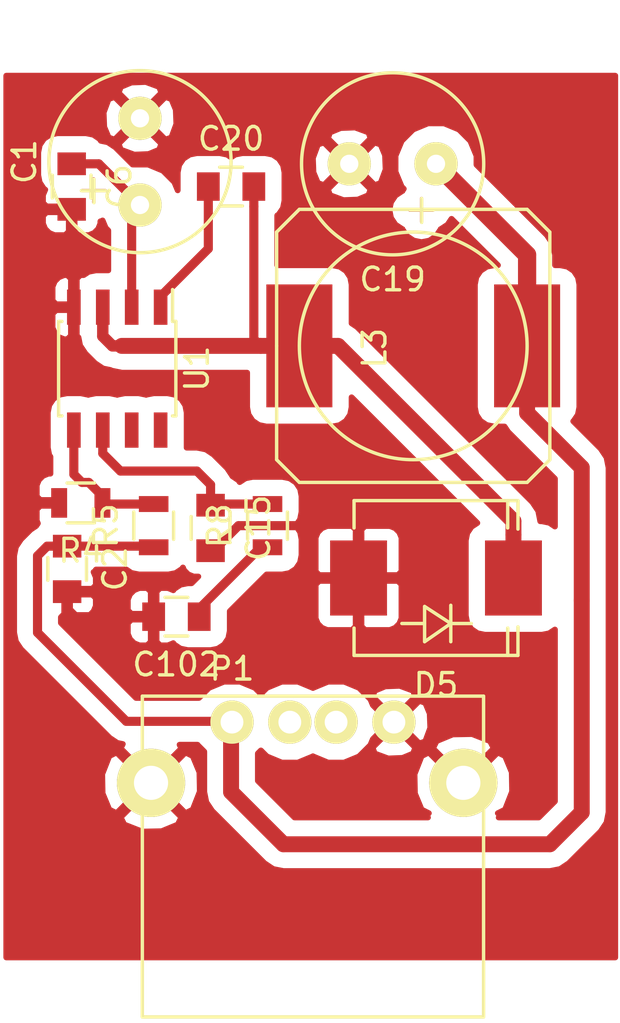
<source format=kicad_pcb>
(kicad_pcb (version 4) (host pcbnew "(2015-07-11 BZR 5925, Git c291b88)-product")

  (general
    (links 26)
    (no_connects 0)
    (area 11.477381 9.725 40.500001 55.160121)
    (thickness 1.6)
    (drawings 7)
    (tracks 72)
    (zones 0)
    (modules 14)
    (nets 13)
  )

  (page A4)
  (layers
    (0 F.Cu signal)
    (31 B.Cu signal)
    (32 B.Adhes user)
    (33 F.Adhes user)
    (34 B.Paste user)
    (35 F.Paste user)
    (36 B.SilkS user)
    (37 F.SilkS user)
    (38 B.Mask user)
    (39 F.Mask user)
    (40 Dwgs.User user)
    (41 Cmts.User user)
    (42 Eco1.User user)
    (43 Eco2.User user)
    (44 Edge.Cuts user)
    (45 Margin user)
    (46 B.CrtYd user)
    (47 F.CrtYd user)
    (48 B.Fab user)
    (49 F.Fab user)
  )

  (setup
    (last_trace_width 0.4)
    (user_trace_width 0.25)
    (user_trace_width 0.4)
    (user_trace_width 0.5)
    (user_trace_width 0.7)
    (trace_clearance 0.2)
    (zone_clearance 0.7)
    (zone_45_only no)
    (trace_min 0.2)
    (segment_width 0.2)
    (edge_width 0.1)
    (via_size 0.6)
    (via_drill 0.4)
    (via_min_size 0.4)
    (via_min_drill 0.3)
    (uvia_size 0.3)
    (uvia_drill 0.1)
    (uvias_allowed no)
    (uvia_min_size 0.2)
    (uvia_min_drill 0.1)
    (pcb_text_width 0.3)
    (pcb_text_size 1.5 1.5)
    (mod_edge_width 0.15)
    (mod_text_size 1 1)
    (mod_text_width 0.15)
    (pad_size 2.99974 2.99974)
    (pad_drill 1.5)
    (pad_to_mask_clearance 0)
    (aux_axis_origin 0 0)
    (grid_origin 46.4 35.9)
    (visible_elements 7FFFFFFF)
    (pcbplotparams
      (layerselection 0x00030_80000001)
      (usegerberextensions false)
      (excludeedgelayer true)
      (linewidth 0.100000)
      (plotframeref false)
      (viasonmask false)
      (mode 1)
      (useauxorigin false)
      (hpglpennumber 1)
      (hpglpenspeed 20)
      (hpglpendiameter 15)
      (hpglpenoverlay 2)
      (psnegative false)
      (psa4output false)
      (plotreference true)
      (plotvalue true)
      (plotinvisibletext false)
      (padsonsilk false)
      (subtractmaskfromsilk false)
      (outputformat 1)
      (mirror false)
      (drillshape 1)
      (scaleselection 1)
      (outputdirectory ""))
  )

  (net 0 "")
  (net 1 GND)
  (net 2 +12V)
  (net 3 "Net-(C19-Pad1)")
  (net 4 "Net-(C15-Pad1)")
  (net 5 "Net-(C20-Pad1)")
  (net 6 "Net-(C20-Pad2)")
  (net 7 "Net-(C102-Pad1)")
  (net 8 "Net-(R4-Pad1)")
  (net 9 "Net-(U1-Pad7)")
  (net 10 "Net-(U1-Pad8)")
  (net 11 "Net-(P1-Pad3)")
  (net 12 "Net-(P1-Pad2)")

  (net_class Default "This is the default net class."
    (clearance 0.2)
    (trace_width 0.25)
    (via_dia 0.6)
    (via_drill 0.4)
    (uvia_dia 0.3)
    (uvia_drill 0.1)
    (add_net +12V)
    (add_net GND)
    (add_net "Net-(C102-Pad1)")
    (add_net "Net-(C15-Pad1)")
    (add_net "Net-(C19-Pad1)")
    (add_net "Net-(C20-Pad1)")
    (add_net "Net-(C20-Pad2)")
    (add_net "Net-(P1-Pad2)")
    (add_net "Net-(P1-Pad3)")
    (add_net "Net-(R4-Pad1)")
    (add_net "Net-(U1-Pad7)")
    (add_net "Net-(U1-Pad8)")
  )

  (module Capacitors_Elko_ThroughHole:Elko_vert_11.5x8mm_RM3.5 (layer F.Cu) (tedit 55DAD40C) (tstamp 55D4AA56)
    (at 19.4 19.01 90)
    (descr "Electrolytic Capacitor, vertical, diameter 8mm, RM 3,5mm, radial,")
    (tags "Electrolytic Capacitor, vertical, diameter 8mm, radial, RM 3,5mm, Elko, Electrolytkondensator, Kondensator gepolt, Durchmesser 8mm,")
    (path /55D46C67)
    (fp_text reference C1 (at 1.905 -5.08 90) (layer F.SilkS)
      (effects (font (size 1 1) (thickness 0.15)))
    )
    (fp_text value 390uF (at 2.54 6.35 90) (layer F.Fab)
      (effects (font (size 1 1) (thickness 0.15)))
    )
    (fp_line (start 0.10414 -2.02438) (end 1.1303 -2.02438) (layer F.SilkS) (width 0.15))
    (fp_line (start 0.62992 -2.57556) (end 0.62992 -1.524) (layer F.SilkS) (width 0.15))
    (fp_line (start 0.635 -2.54) (end 0.635 -1.524) (layer F.Cu) (width 0.15))
    (fp_line (start 0.127 -2.032) (end 1.143 -2.032) (layer F.Cu) (width 0.15))
    (fp_circle (center 1.905 0) (end 5.9055 0) (layer F.SilkS) (width 0.15))
    (pad 2 thru_hole circle (at 3.81 0 90) (size 1.9 1.9) (drill 0.8001) (layers *.Cu *.Mask F.SilkS)
      (net 1 GND))
    (pad 1 thru_hole circle (at 0 0 90) (size 1.9 1.9) (drill 0.8001) (layers *.Cu *.Mask F.SilkS)
      (net 2 +12V))
    (model Capacitors_Elko_ThroughHole.3dshapes/Elko_vert_11.5x8mm_RM3.5.wrl
      (at (xyz 0 0 0))
      (scale (xyz 1 1 1))
      (rotate (xyz 0 0 0))
    )
  )

  (module Capacitors_SMD:C_0805 (layer F.Cu) (tedit 5415D6EA) (tstamp 55D4AA62)
    (at 16.2 35 270)
    (descr "Capacitor SMD 0805, reflow soldering, AVX (see smccp.pdf)")
    (tags "capacitor 0805")
    (path /55D4784B)
    (attr smd)
    (fp_text reference C2 (at 0 -2.1 270) (layer F.SilkS)
      (effects (font (size 1 1) (thickness 0.15)))
    )
    (fp_text value C (at 0 2.1 270) (layer F.Fab)
      (effects (font (size 1 1) (thickness 0.15)))
    )
    (fp_line (start -1.8 -1) (end 1.8 -1) (layer F.CrtYd) (width 0.05))
    (fp_line (start -1.8 1) (end 1.8 1) (layer F.CrtYd) (width 0.05))
    (fp_line (start -1.8 -1) (end -1.8 1) (layer F.CrtYd) (width 0.05))
    (fp_line (start 1.8 -1) (end 1.8 1) (layer F.CrtYd) (width 0.05))
    (fp_line (start 0.5 -0.85) (end -0.5 -0.85) (layer F.SilkS) (width 0.15))
    (fp_line (start -0.5 0.85) (end 0.5 0.85) (layer F.SilkS) (width 0.15))
    (pad 1 smd rect (at -1 0 270) (size 1 1.25) (layers F.Cu F.Paste F.Mask)
      (net 3 "Net-(C19-Pad1)"))
    (pad 2 smd rect (at 1 0 270) (size 1 1.25) (layers F.Cu F.Paste F.Mask)
      (net 1 GND))
    (model Capacitors_SMD.3dshapes/C_0805.wrl
      (at (xyz 0 0 0))
      (scale (xyz 1 1 1))
      (rotate (xyz 0 0 0))
    )
  )

  (module Capacitors_SMD:C_0805 (layer F.Cu) (tedit 5415D6EA) (tstamp 55D4AA6E)
    (at 16.4 18.2 270)
    (descr "Capacitor SMD 0805, reflow soldering, AVX (see smccp.pdf)")
    (tags "capacitor 0805")
    (path /55D46C84)
    (attr smd)
    (fp_text reference C6 (at 0 -2.1 270) (layer F.SilkS)
      (effects (font (size 1 1) (thickness 0.15)))
    )
    (fp_text value 0.22uF (at 0 2.1 270) (layer F.Fab)
      (effects (font (size 1 1) (thickness 0.15)))
    )
    (fp_line (start -1.8 -1) (end 1.8 -1) (layer F.CrtYd) (width 0.05))
    (fp_line (start -1.8 1) (end 1.8 1) (layer F.CrtYd) (width 0.05))
    (fp_line (start -1.8 -1) (end -1.8 1) (layer F.CrtYd) (width 0.05))
    (fp_line (start 1.8 -1) (end 1.8 1) (layer F.CrtYd) (width 0.05))
    (fp_line (start 0.5 -0.85) (end -0.5 -0.85) (layer F.SilkS) (width 0.15))
    (fp_line (start -0.5 0.85) (end 0.5 0.85) (layer F.SilkS) (width 0.15))
    (pad 1 smd rect (at -1 0 270) (size 1 1.25) (layers F.Cu F.Paste F.Mask)
      (net 2 +12V))
    (pad 2 smd rect (at 1 0 270) (size 1 1.25) (layers F.Cu F.Paste F.Mask)
      (net 1 GND))
    (model Capacitors_SMD.3dshapes/C_0805.wrl
      (at (xyz 0 0 0))
      (scale (xyz 1 1 1))
      (rotate (xyz 0 0 0))
    )
  )

  (module Capacitors_SMD:C_0805 (layer F.Cu) (tedit 5415D6EA) (tstamp 55D4AA7A)
    (at 22.5 33.2 270)
    (descr "Capacitor SMD 0805, reflow soldering, AVX (see smccp.pdf)")
    (tags "capacitor 0805")
    (path /55D48B43)
    (attr smd)
    (fp_text reference C15 (at 0 -2.1 270) (layer F.SilkS)
      (effects (font (size 1 1) (thickness 0.15)))
    )
    (fp_text value C (at 0 2.1 270) (layer F.Fab)
      (effects (font (size 1 1) (thickness 0.15)))
    )
    (fp_line (start -1.8 -1) (end 1.8 -1) (layer F.CrtYd) (width 0.05))
    (fp_line (start -1.8 1) (end 1.8 1) (layer F.CrtYd) (width 0.05))
    (fp_line (start -1.8 -1) (end -1.8 1) (layer F.CrtYd) (width 0.05))
    (fp_line (start 1.8 -1) (end 1.8 1) (layer F.CrtYd) (width 0.05))
    (fp_line (start 0.5 -0.85) (end -0.5 -0.85) (layer F.SilkS) (width 0.15))
    (fp_line (start -0.5 0.85) (end 0.5 0.85) (layer F.SilkS) (width 0.15))
    (pad 1 smd rect (at -1 0 270) (size 1 1.25) (layers F.Cu F.Paste F.Mask)
      (net 4 "Net-(C15-Pad1)"))
    (pad 2 smd rect (at 1 0 270) (size 1 1.25) (layers F.Cu F.Paste F.Mask)
      (net 1 GND))
    (model Capacitors_SMD.3dshapes/C_0805.wrl
      (at (xyz 0 0 0))
      (scale (xyz 1 1 1))
      (rotate (xyz 0 0 0))
    )
  )

  (module Capacitors_Elko_ThroughHole:Elko_vert_11.5x8mm_RM3.5 (layer F.Cu) (tedit 55DAD406) (tstamp 55D4AA85)
    (at 32.4 17.2 180)
    (descr "Electrolytic Capacitor, vertical, diameter 8mm, RM 3,5mm, radial,")
    (tags "Electrolytic Capacitor, vertical, diameter 8mm, radial, RM 3,5mm, Elko, Electrolytkondensator, Kondensator gepolt, Durchmesser 8mm,")
    (path /55D4789A)
    (fp_text reference C19 (at 1.905 -5.08 180) (layer F.SilkS)
      (effects (font (size 1 1) (thickness 0.15)))
    )
    (fp_text value C (at 2.54 6.35 180) (layer F.Fab)
      (effects (font (size 1 1) (thickness 0.15)))
    )
    (fp_line (start 0.10414 -2.02438) (end 1.1303 -2.02438) (layer F.SilkS) (width 0.15))
    (fp_line (start 0.62992 -2.57556) (end 0.62992 -1.524) (layer F.SilkS) (width 0.15))
    (fp_line (start 0.635 -2.54) (end 0.635 -1.524) (layer F.Cu) (width 0.15))
    (fp_line (start 0.127 -2.032) (end 1.143 -2.032) (layer F.Cu) (width 0.15))
    (fp_circle (center 1.905 0) (end 5.9055 0) (layer F.SilkS) (width 0.15))
    (pad 2 thru_hole circle (at 3.81 0 180) (size 1.9 1.9) (drill 0.8001) (layers *.Cu *.Mask F.SilkS)
      (net 1 GND))
    (pad 1 thru_hole circle (at 0 0 180) (size 1.9 1.9) (drill 0.8001) (layers *.Cu *.Mask F.SilkS)
      (net 3 "Net-(C19-Pad1)"))
    (model Capacitors_Elko_ThroughHole.3dshapes/Elko_vert_11.5x8mm_RM3.5.wrl
      (at (xyz 0 0 0))
      (scale (xyz 1 1 1))
      (rotate (xyz 0 0 0))
    )
  )

  (module Capacitors_SMD:C_0805 (layer F.Cu) (tedit 5415D6EA) (tstamp 55D4AA91)
    (at 23.4 18.2)
    (descr "Capacitor SMD 0805, reflow soldering, AVX (see smccp.pdf)")
    (tags "capacitor 0805")
    (path /55D471BD)
    (attr smd)
    (fp_text reference C20 (at 0 -2.1) (layer F.SilkS)
      (effects (font (size 1 1) (thickness 0.15)))
    )
    (fp_text value 10nF (at 0 2.1) (layer F.Fab)
      (effects (font (size 1 1) (thickness 0.15)))
    )
    (fp_line (start -1.8 -1) (end 1.8 -1) (layer F.CrtYd) (width 0.05))
    (fp_line (start -1.8 1) (end 1.8 1) (layer F.CrtYd) (width 0.05))
    (fp_line (start -1.8 -1) (end -1.8 1) (layer F.CrtYd) (width 0.05))
    (fp_line (start 1.8 -1) (end 1.8 1) (layer F.CrtYd) (width 0.05))
    (fp_line (start 0.5 -0.85) (end -0.5 -0.85) (layer F.SilkS) (width 0.15))
    (fp_line (start -0.5 0.85) (end 0.5 0.85) (layer F.SilkS) (width 0.15))
    (pad 1 smd rect (at -1 0) (size 1 1.25) (layers F.Cu F.Paste F.Mask)
      (net 5 "Net-(C20-Pad1)"))
    (pad 2 smd rect (at 1 0) (size 1 1.25) (layers F.Cu F.Paste F.Mask)
      (net 6 "Net-(C20-Pad2)"))
    (model Capacitors_SMD.3dshapes/C_0805.wrl
      (at (xyz 0 0 0))
      (scale (xyz 1 1 1))
      (rotate (xyz 0 0 0))
    )
  )

  (module Capacitors_SMD:C_0805 (layer F.Cu) (tedit 5415D6EA) (tstamp 55D4AA9D)
    (at 21 37.1 180)
    (descr "Capacitor SMD 0805, reflow soldering, AVX (see smccp.pdf)")
    (tags "capacitor 0805")
    (path /55D48AF8)
    (attr smd)
    (fp_text reference C102 (at 0 -2.1 180) (layer F.SilkS)
      (effects (font (size 1 1) (thickness 0.15)))
    )
    (fp_text value C (at 0 2.1 180) (layer F.Fab)
      (effects (font (size 1 1) (thickness 0.15)))
    )
    (fp_line (start -1.8 -1) (end 1.8 -1) (layer F.CrtYd) (width 0.05))
    (fp_line (start -1.8 1) (end 1.8 1) (layer F.CrtYd) (width 0.05))
    (fp_line (start -1.8 -1) (end -1.8 1) (layer F.CrtYd) (width 0.05))
    (fp_line (start 1.8 -1) (end 1.8 1) (layer F.CrtYd) (width 0.05))
    (fp_line (start 0.5 -0.85) (end -0.5 -0.85) (layer F.SilkS) (width 0.15))
    (fp_line (start -0.5 0.85) (end 0.5 0.85) (layer F.SilkS) (width 0.15))
    (pad 1 smd rect (at -1 0 180) (size 1 1.25) (layers F.Cu F.Paste F.Mask)
      (net 7 "Net-(C102-Pad1)"))
    (pad 2 smd rect (at 1 0 180) (size 1 1.25) (layers F.Cu F.Paste F.Mask)
      (net 1 GND))
    (model Capacitors_SMD.3dshapes/C_0805.wrl
      (at (xyz 0 0 0))
      (scale (xyz 1 1 1))
      (rotate (xyz 0 0 0))
    )
  )

  (module Diodes_SMD:Diode-SMC_Standard (layer F.Cu) (tedit 552FF450) (tstamp 55D4AAB8)
    (at 32.4 35.4 180)
    (descr "Diode SMC Standard")
    (tags "Diode SMC Standard")
    (path /55D4752D)
    (attr smd)
    (fp_text reference D5 (at 0 -4.7 180) (layer F.SilkS)
      (effects (font (size 1 1) (thickness 0.15)))
    )
    (fp_text value D_Schottky (at 0 5.08 180) (layer F.Fab)
      (effects (font (size 1 1) (thickness 0.15)))
    )
    (fp_line (start -4.9 -3.65) (end 4.9 -3.65) (layer F.CrtYd) (width 0.05))
    (fp_line (start 4.9 -3.65) (end 4.9 3.65) (layer F.CrtYd) (width 0.05))
    (fp_line (start 4.9 3.65) (end -4.9 3.65) (layer F.CrtYd) (width 0.05))
    (fp_line (start -4.9 3.65) (end -4.9 -3.65) (layer F.CrtYd) (width 0.05))
    (fp_circle (center 0 0) (end 0.7493 0.35052) (layer F.Adhes) (width 0.381))
    (fp_circle (center 0 0) (end 0.44958 0.20066) (layer F.Adhes) (width 0.381))
    (fp_circle (center 0 0) (end 0.14986 0.14986) (layer F.Adhes) (width 0.381))
    (fp_line (start -0.64944 -1.99898) (end -1.55114 -1.99898) (layer F.SilkS) (width 0.15))
    (fp_line (start 0.50118 -1.99898) (end 1.4994 -1.99898) (layer F.SilkS) (width 0.15))
    (fp_line (start -3.14946 3.40106) (end -3.14946 2.19964) (layer F.SilkS) (width 0.15))
    (fp_line (start -3.14946 -3.40106) (end -3.14946 -2.19964) (layer F.SilkS) (width 0.15))
    (fp_line (start 3.59918 3.40106) (end 3.59918 2.19964) (layer F.SilkS) (width 0.15))
    (fp_line (start 3.59918 -3.40106) (end 3.59918 -2.19964) (layer F.SilkS) (width 0.15))
    (fp_line (start -3.59918 3.40106) (end -3.59918 2.14884) (layer F.SilkS) (width 0.15))
    (fp_line (start -3.59918 -3.40106) (end -3.59918 -2.14884) (layer F.SilkS) (width 0.15))
    (fp_line (start -0.64944 -2.79908) (end -0.64944 -1.19888) (layer F.SilkS) (width 0.15))
    (fp_line (start 0.50118 -1.24968) (end 0.50118 -2.79908) (layer F.SilkS) (width 0.15))
    (fp_line (start -0.64944 -1.99898) (end 0.50118 -1.24968) (layer F.SilkS) (width 0.15))
    (fp_line (start -0.64944 -1.99898) (end 0.50118 -2.79908) (layer F.SilkS) (width 0.15))
    (fp_line (start -3.59918 3.40106) (end 3.59918 3.40106) (layer F.SilkS) (width 0.15))
    (fp_line (start -3.59918 -3.40106) (end 3.59918 -3.40106) (layer F.SilkS) (width 0.15))
    (pad 1 smd rect (at -3.40106 0 270) (size 3.29946 2.49936) (layers F.Cu F.Paste F.Mask)
      (net 6 "Net-(C20-Pad2)"))
    (pad 2 smd rect (at 3.40106 0 270) (size 3.29946 2.49936) (layers F.Cu F.Paste F.Mask)
      (net 1 GND))
    (model Diodes_SMD.3dshapes/Diode-SMC_Standard.wrl
      (at (xyz 0 0 0))
      (scale (xyz 0.3937 0.3937 0.3937))
      (rotate (xyz 0 0 180))
    )
  )

  (module Inductors:SELF-WE-PD-XXL (layer F.Cu) (tedit 0) (tstamp 55D4AACA)
    (at 31.4 25.2)
    (descr "SELF- WE-PD-XXL")
    (path /55D470AF)
    (attr smd)
    (fp_text reference L3 (at -1.69926 0.09906 90) (layer F.SilkS)
      (effects (font (size 1 1) (thickness 0.15)))
    )
    (fp_text value INDUCTOR (at 1.80086 0 90) (layer F.Fab)
      (effects (font (size 1 1) (thickness 0.15)))
    )
    (fp_circle (center 0 0) (end 0 -5.00126) (layer F.SilkS) (width 0.15))
    (fp_line (start -5.99948 0) (end -5.99948 -5.00126) (layer F.SilkS) (width 0.15))
    (fp_line (start -5.99948 -5.00126) (end -5.00126 -5.99948) (layer F.SilkS) (width 0.15))
    (fp_line (start -5.00126 -5.99948) (end 5.00126 -5.99948) (layer F.SilkS) (width 0.15))
    (fp_line (start 5.00126 -5.99948) (end 5.99948 -5.00126) (layer F.SilkS) (width 0.15))
    (fp_line (start 5.99948 -5.00126) (end 5.99948 5.00126) (layer F.SilkS) (width 0.15))
    (fp_line (start 5.99948 5.00126) (end 5.00126 5.99948) (layer F.SilkS) (width 0.15))
    (fp_line (start 5.00126 5.99948) (end -5.00126 5.99948) (layer F.SilkS) (width 0.15))
    (fp_line (start -5.00126 5.99948) (end -5.99948 5.00126) (layer F.SilkS) (width 0.15))
    (fp_line (start -5.99948 5.00126) (end -5.99948 0) (layer F.SilkS) (width 0.15))
    (fp_text user "" (at 0 0) (layer F.SilkS)
      (effects (font (size 1 1) (thickness 0.15)))
    )
    (fp_text user "" (at 0 0) (layer F.SilkS)
      (effects (font (size 1 1) (thickness 0.15)))
    )
    (pad 1 smd rect (at -5.00126 0) (size 2.90068 5.40004) (layers F.Cu F.Paste F.Mask)
      (net 6 "Net-(C20-Pad2)"))
    (pad 2 smd rect (at 5.00126 0) (size 2.90068 5.40004) (layers F.Cu F.Paste F.Mask)
      (net 3 "Net-(C19-Pad1)"))
    (model Inductors.3dshapes/SELF-WE-PD-XXL.wrl
      (at (xyz 0 0 0))
      (scale (xyz 1 1 1))
      (rotate (xyz 0 0 0))
    )
  )

  (module Resistors_SMD:R_0805 (layer F.Cu) (tedit 5415CDEB) (tstamp 55D4AAD6)
    (at 16.8 32.1 180)
    (descr "Resistor SMD 0805, reflow soldering, Vishay (see dcrcw.pdf)")
    (tags "resistor 0805")
    (path /55D47A28)
    (attr smd)
    (fp_text reference R4 (at 0 -2.1 180) (layer F.SilkS)
      (effects (font (size 1 1) (thickness 0.15)))
    )
    (fp_text value R (at 0 2.1 180) (layer F.Fab)
      (effects (font (size 1 1) (thickness 0.15)))
    )
    (fp_line (start -1.6 -1) (end 1.6 -1) (layer F.CrtYd) (width 0.05))
    (fp_line (start -1.6 1) (end 1.6 1) (layer F.CrtYd) (width 0.05))
    (fp_line (start -1.6 -1) (end -1.6 1) (layer F.CrtYd) (width 0.05))
    (fp_line (start 1.6 -1) (end 1.6 1) (layer F.CrtYd) (width 0.05))
    (fp_line (start 0.6 0.875) (end -0.6 0.875) (layer F.SilkS) (width 0.15))
    (fp_line (start -0.6 -0.875) (end 0.6 -0.875) (layer F.SilkS) (width 0.15))
    (pad 1 smd rect (at -0.95 0 180) (size 0.7 1.3) (layers F.Cu F.Paste F.Mask)
      (net 8 "Net-(R4-Pad1)"))
    (pad 2 smd rect (at 0.95 0 180) (size 0.7 1.3) (layers F.Cu F.Paste F.Mask)
      (net 1 GND))
    (model Resistors_SMD.3dshapes/R_0805.wrl
      (at (xyz 0 0 0))
      (scale (xyz 1 1 1))
      (rotate (xyz 0 0 0))
    )
  )

  (module Resistors_SMD:R_0805 (layer F.Cu) (tedit 5415CDEB) (tstamp 55D4AAE2)
    (at 20 33.1 90)
    (descr "Resistor SMD 0805, reflow soldering, Vishay (see dcrcw.pdf)")
    (tags "resistor 0805")
    (path /55D479EB)
    (attr smd)
    (fp_text reference R5 (at 0 -2.1 90) (layer F.SilkS)
      (effects (font (size 1 1) (thickness 0.15)))
    )
    (fp_text value R (at 0 2.1 90) (layer F.Fab)
      (effects (font (size 1 1) (thickness 0.15)))
    )
    (fp_line (start -1.6 -1) (end 1.6 -1) (layer F.CrtYd) (width 0.05))
    (fp_line (start -1.6 1) (end 1.6 1) (layer F.CrtYd) (width 0.05))
    (fp_line (start -1.6 -1) (end -1.6 1) (layer F.CrtYd) (width 0.05))
    (fp_line (start 1.6 -1) (end 1.6 1) (layer F.CrtYd) (width 0.05))
    (fp_line (start 0.6 0.875) (end -0.6 0.875) (layer F.SilkS) (width 0.15))
    (fp_line (start -0.6 -0.875) (end 0.6 -0.875) (layer F.SilkS) (width 0.15))
    (pad 1 smd rect (at -0.95 0 90) (size 0.7 1.3) (layers F.Cu F.Paste F.Mask)
      (net 3 "Net-(C19-Pad1)"))
    (pad 2 smd rect (at 0.95 0 90) (size 0.7 1.3) (layers F.Cu F.Paste F.Mask)
      (net 8 "Net-(R4-Pad1)"))
    (model Resistors_SMD.3dshapes/R_0805.wrl
      (at (xyz 0 0 0))
      (scale (xyz 1 1 1))
      (rotate (xyz 0 0 0))
    )
  )

  (module Resistors_SMD:R_0805 (layer F.Cu) (tedit 5415CDEB) (tstamp 55D4AAEE)
    (at 25 33.1 90)
    (descr "Resistor SMD 0805, reflow soldering, Vishay (see dcrcw.pdf)")
    (tags "resistor 0805")
    (path /55D48AC7)
    (attr smd)
    (fp_text reference R8 (at 0 -2.1 90) (layer F.SilkS)
      (effects (font (size 1 1) (thickness 0.15)))
    )
    (fp_text value R (at 0 2.1 90) (layer F.Fab)
      (effects (font (size 1 1) (thickness 0.15)))
    )
    (fp_line (start -1.6 -1) (end 1.6 -1) (layer F.CrtYd) (width 0.05))
    (fp_line (start -1.6 1) (end 1.6 1) (layer F.CrtYd) (width 0.05))
    (fp_line (start -1.6 -1) (end -1.6 1) (layer F.CrtYd) (width 0.05))
    (fp_line (start 1.6 -1) (end 1.6 1) (layer F.CrtYd) (width 0.05))
    (fp_line (start 0.6 0.875) (end -0.6 0.875) (layer F.SilkS) (width 0.15))
    (fp_line (start -0.6 -0.875) (end 0.6 -0.875) (layer F.SilkS) (width 0.15))
    (pad 1 smd rect (at -0.95 0 90) (size 0.7 1.3) (layers F.Cu F.Paste F.Mask)
      (net 7 "Net-(C102-Pad1)"))
    (pad 2 smd rect (at 0.95 0 90) (size 0.7 1.3) (layers F.Cu F.Paste F.Mask)
      (net 4 "Net-(C15-Pad1)"))
    (model Resistors_SMD.3dshapes/R_0805.wrl
      (at (xyz 0 0 0))
      (scale (xyz 1 1 1))
      (rotate (xyz 0 0 0))
    )
  )

  (module Housings_SOIC:SOIC-8_3.9x4.9mm_Pitch1.27mm (layer F.Cu) (tedit 54130A77) (tstamp 55D4AB05)
    (at 18.4 26.2 270)
    (descr "8-Lead Plastic Small Outline (SN) - Narrow, 3.90 mm Body [SOIC] (see Microchip Packaging Specification 00000049BS.pdf)")
    (tags "SOIC 1.27")
    (path /55D46B36)
    (attr smd)
    (fp_text reference U1 (at 0 -3.5 270) (layer F.SilkS)
      (effects (font (size 1 1) (thickness 0.15)))
    )
    (fp_text value MP1410 (at 0 3.5 270) (layer F.Fab)
      (effects (font (size 1 1) (thickness 0.15)))
    )
    (fp_line (start -3.75 -2.75) (end -3.75 2.75) (layer F.CrtYd) (width 0.05))
    (fp_line (start 3.75 -2.75) (end 3.75 2.75) (layer F.CrtYd) (width 0.05))
    (fp_line (start -3.75 -2.75) (end 3.75 -2.75) (layer F.CrtYd) (width 0.05))
    (fp_line (start -3.75 2.75) (end 3.75 2.75) (layer F.CrtYd) (width 0.05))
    (fp_line (start -2.075 -2.575) (end -2.075 -2.43) (layer F.SilkS) (width 0.15))
    (fp_line (start 2.075 -2.575) (end 2.075 -2.43) (layer F.SilkS) (width 0.15))
    (fp_line (start 2.075 2.575) (end 2.075 2.43) (layer F.SilkS) (width 0.15))
    (fp_line (start -2.075 2.575) (end -2.075 2.43) (layer F.SilkS) (width 0.15))
    (fp_line (start -2.075 -2.575) (end 2.075 -2.575) (layer F.SilkS) (width 0.15))
    (fp_line (start -2.075 2.575) (end 2.075 2.575) (layer F.SilkS) (width 0.15))
    (fp_line (start -2.075 -2.43) (end -3.475 -2.43) (layer F.SilkS) (width 0.15))
    (pad 1 smd rect (at -2.7 -1.905 270) (size 1.55 0.6) (layers F.Cu F.Paste F.Mask)
      (net 5 "Net-(C20-Pad1)"))
    (pad 2 smd rect (at -2.7 -0.635 270) (size 1.55 0.6) (layers F.Cu F.Paste F.Mask)
      (net 2 +12V))
    (pad 3 smd rect (at -2.7 0.635 270) (size 1.55 0.6) (layers F.Cu F.Paste F.Mask)
      (net 6 "Net-(C20-Pad2)"))
    (pad 4 smd rect (at -2.7 1.905 270) (size 1.55 0.6) (layers F.Cu F.Paste F.Mask)
      (net 1 GND))
    (pad 5 smd rect (at 2.7 1.905 270) (size 1.55 0.6) (layers F.Cu F.Paste F.Mask)
      (net 8 "Net-(R4-Pad1)"))
    (pad 6 smd rect (at 2.7 0.635 270) (size 1.55 0.6) (layers F.Cu F.Paste F.Mask)
      (net 4 "Net-(C15-Pad1)"))
    (pad 7 smd rect (at 2.7 -0.635 270) (size 1.55 0.6) (layers F.Cu F.Paste F.Mask)
      (net 9 "Net-(U1-Pad7)"))
    (pad 8 smd rect (at 2.7 -1.905 270) (size 1.55 0.6) (layers F.Cu F.Paste F.Mask)
      (net 10 "Net-(U1-Pad8)"))
    (model Housings_SOIC.3dshapes/SOIC-8_3.9x4.9mm_Pitch1.27mm.wrl
      (at (xyz 0 0 0))
      (scale (xyz 1 1 1))
      (rotate (xyz 0 0 0))
    )
  )

  (module Connect:USB_A (layer F.Cu) (tedit 55DAFA43) (tstamp 55DC9619)
    (at 23.43914 41.73512)
    (descr "USB A connector")
    (tags "USB USB_A")
    (path /55D4EEEB)
    (fp_text reference P1 (at 0 -2.35) (layer F.SilkS)
      (effects (font (size 1 1) (thickness 0.15)))
    )
    (fp_text value USB_A (at 3.83794 7.43458) (layer F.Fab)
      (effects (font (size 1 1) (thickness 0.15)))
    )
    (fp_line (start -5.3 13.2) (end -5.3 -1.4) (layer F.CrtYd) (width 0.05))
    (fp_line (start 11.95 -1.4) (end 11.95 13.2) (layer F.CrtYd) (width 0.05))
    (fp_line (start -5.3 13.2) (end 11.95 13.2) (layer F.CrtYd) (width 0.05))
    (fp_line (start -5.3 -1.4) (end 11.95 -1.4) (layer F.CrtYd) (width 0.05))
    (fp_line (start 11.04986 -1.14512) (end 11.04986 12.95188) (layer F.SilkS) (width 0.15))
    (fp_line (start -3.93614 12.95188) (end -3.93614 -1.14512) (layer F.SilkS) (width 0.15))
    (fp_line (start 11.04986 -1.14512) (end -3.93614 -1.14512) (layer F.SilkS) (width 0.15))
    (fp_line (start 11.04986 12.95188) (end -3.93614 12.95188) (layer F.SilkS) (width 0.15))
    (pad 4 thru_hole circle (at 7.11286 -0.00212 270) (size 1.9 1.9) (drill 1.00076) (layers *.Cu *.Mask F.SilkS)
      (net 1 GND))
    (pad 3 thru_hole circle (at 4.57286 -0.00212 270) (size 1.9 1.9) (drill 1.00076) (layers *.Cu *.Mask F.SilkS)
      (net 11 "Net-(P1-Pad3)"))
    (pad 2 thru_hole circle (at 2.54086 -0.00212 270) (size 1.9 1.9) (drill 1.00076) (layers *.Cu *.Mask F.SilkS)
      (net 12 "Net-(P1-Pad2)"))
    (pad 1 thru_hole circle (at 0.00086 -0.00212 270) (size 1.9 1.9) (drill 1.00076) (layers *.Cu *.Mask F.SilkS)
      (net 3 "Net-(C19-Pad1)"))
    (pad 5 thru_hole circle (at 10.16086 2.66488 270) (size 2.99974 2.99974) (drill 1.5) (layers *.Cu *.Mask F.SilkS)
      (net 1 GND))
    (pad 5 thru_hole circle (at -3.55514 2.66488 270) (size 2.99974 2.99974) (drill 1.5) (layers *.Cu *.Mask F.SilkS)
      (net 1 GND))
    (model Connect.3dshapes/USB_A.wrl
      (at (xyz 0.14 0 0))
      (scale (xyz 1 1 1))
      (rotate (xyz 0 0 90))
    )
  )

  (gr_line (start 40.4 13.2) (end 38.4 13.2) (angle 90) (layer Margin) (width 0.2))
  (gr_line (start 40.4 52.2) (end 40.4 13.2) (angle 90) (layer Margin) (width 0.2))
  (gr_line (start 38.4 52.2) (end 40.4 52.2) (angle 90) (layer Margin) (width 0.2))
  (gr_line (start 38.4 13.2) (end 13.4 13.2) (angle 90) (layer Margin) (width 0.2))
  (gr_line (start 13.4 52.2) (end 38.4 52.2) (angle 90) (layer Margin) (width 0.2))
  (gr_line (start 13.4 52.2) (end 33.4 52.2) (angle 90) (layer Margin) (width 0.2))
  (gr_line (start 13.4 13.2) (end 13.4 52.2) (angle 90) (layer Margin) (width 0.2))

  (segment (start 22.5 34.2) (end 22.625 34.2) (width 0.25) (layer F.Cu) (net 1))
  (segment (start 22.625 34.2) (end 23.725 33.1) (width 0.4) (layer F.Cu) (net 1))
  (segment (start 23.725 33.1) (end 27.09899 33.1) (width 0.4) (layer F.Cu) (net 1))
  (segment (start 28.99894 34.99995) (end 28.99894 35.4) (width 0.25) (layer F.Cu) (net 1))
  (segment (start 28.99894 35.4) (end 28.99894 33.50027) (width 0.5) (layer F.Cu) (net 1))
  (segment (start 16.495 23.975) (end 16.495 23.5) (width 0.25) (layer F.Cu) (net 1))
  (segment (start 20 37.1) (end 20 36.575) (width 0.25) (layer F.Cu) (net 1))
  (segment (start 22.375 34.2) (end 22.5 34.2) (width 0.25) (layer F.Cu) (net 1))
  (segment (start 20 37.1) (end 16.55 37.1) (width 0.4) (layer F.Cu) (net 1))
  (segment (start 16.2 36.75) (end 16.2 36) (width 0.4) (layer F.Cu) (net 1))
  (segment (start 16.55 37.1) (end 16.2 36.75) (width 0.4) (layer F.Cu) (net 1))
  (segment (start 16.4 19.2) (end 16.275 19.2) (width 0.25) (layer F.Cu) (net 1))
  (segment (start 16.495 19.295) (end 16.4 19.2) (width 0.25) (layer F.Cu) (net 1))
  (segment (start 15.85 31.8) (end 15.85 32.1) (width 0.25) (layer F.Cu) (net 1))
  (segment (start 16.4 17.2) (end 17.59 17.2) (width 0.4) (layer F.Cu) (net 2))
  (segment (start 17.59 17.2) (end 19.4 19.01) (width 0.4) (layer F.Cu) (net 2))
  (segment (start 19.035 23.5) (end 19.035 19.375) (width 0.4) (layer F.Cu) (net 2))
  (segment (start 19.035 19.375) (end 19.4 19.01) (width 0.25) (layer F.Cu) (net 2))
  (segment (start 38.8 36.380472) (end 38.8 45.7) (width 0.7) (layer F.Cu) (net 3))
  (segment (start 38.8 30.54876) (end 38.8 36.380472) (width 0.7) (layer F.Cu) (net 3))
  (segment (start 36.40126 28.15002) (end 38.8 30.54876) (width 0.7) (layer F.Cu) (net 3))
  (segment (start 36.40126 25.2) (end 36.40126 28.15002) (width 0.7) (layer F.Cu) (net 3))
  (segment (start 23.4 44.8) (end 23.4 41.69874) (width 0.7) (layer F.Cu) (net 3))
  (segment (start 25.7 47.1) (end 23.4 44.8) (width 0.7) (layer F.Cu) (net 3))
  (segment (start 37.4 47.1) (end 25.7 47.1) (width 0.7) (layer F.Cu) (net 3))
  (segment (start 38.8 45.7) (end 37.4 47.1) (width 0.7) (layer F.Cu) (net 3))
  (segment (start 23.4 41.69874) (end 23.40086 41.69788) (width 0.25) (layer F.Cu) (net 3))
  (segment (start 16.2 34) (end 15.325 34) (width 0.4) (layer F.Cu) (net 3))
  (segment (start 22.339394 41.69788) (end 23.40086 41.69788) (width 0.4) (layer F.Cu) (net 3))
  (segment (start 18.79788 41.69788) (end 22.339394 41.69788) (width 0.4) (layer F.Cu) (net 3))
  (segment (start 14.9 37.8) (end 18.79788 41.69788) (width 0.4) (layer F.Cu) (net 3))
  (segment (start 14.9 34.425) (end 14.9 37.8) (width 0.4) (layer F.Cu) (net 3))
  (segment (start 15.325 34) (end 14.9 34.425) (width 0.4) (layer F.Cu) (net 3))
  (segment (start 16.2 34) (end 19.95 34) (width 0.4) (layer F.Cu) (net 3))
  (segment (start 19.95 34) (end 20 34.05) (width 0.25) (layer F.Cu) (net 3))
  (segment (start 36.40126 21.20126) (end 36.40126 25.2) (width 0.8) (layer F.Cu) (net 3))
  (segment (start 36.40126 21.20126) (end 32.4 17.2) (width 0.8) (layer F.Cu) (net 3))
  (segment (start 22.5 32.2) (end 22.5 31.3) (width 0.4) (layer F.Cu) (net 4))
  (segment (start 22.5 31.3) (end 21.9 30.7) (width 0.4) (layer F.Cu) (net 4))
  (segment (start 21.9 30.7) (end 18.54 30.7) (width 0.4) (layer F.Cu) (net 4))
  (segment (start 18.54 30.7) (end 17.765 29.925) (width 0.4) (layer F.Cu) (net 4))
  (segment (start 17.765 29.925) (end 17.765 28.9) (width 0.4) (layer F.Cu) (net 4))
  (segment (start 22.55 32.15) (end 22.5 32.2) (width 0.25) (layer F.Cu) (net 4))
  (segment (start 25 32.15) (end 22.55 32.15) (width 0.4) (layer F.Cu) (net 4))
  (segment (start 20.305 23.5) (end 20.305 23.025) (width 0.25) (layer F.Cu) (net 5))
  (segment (start 20.305 23.025) (end 22.4 20.93) (width 0.4) (layer F.Cu) (net 5))
  (segment (start 22.4 19.075) (end 22.4 18.2) (width 0.4) (layer F.Cu) (net 5))
  (segment (start 22.4 20.93) (end 22.4 19.075) (width 0.4) (layer F.Cu) (net 5))
  (segment (start 17.765 23.5) (end 17.765 24.775) (width 0.5) (layer F.Cu) (net 6))
  (segment (start 17.765 24.775) (end 18.19 25.2) (width 0.5) (layer F.Cu) (net 6))
  (segment (start 18.19 25.2) (end 18.6 25.2) (width 0.5) (layer F.Cu) (net 6))
  (segment (start 24.6984 25.2) (end 26.39874 25.2) (width 0.7) (layer F.Cu) (net 6))
  (segment (start 18.6 25.2) (end 24.6984 25.2) (width 0.7) (layer F.Cu) (net 6))
  (segment (start 26.39874 25.2) (end 28.09908 25.2) (width 0.7) (layer F.Cu) (net 6))
  (segment (start 35.80106 33.50027) (end 35.80106 35.4) (width 0.7) (layer F.Cu) (net 6))
  (segment (start 35.80106 32.90198) (end 35.80106 33.50027) (width 0.7) (layer F.Cu) (net 6))
  (segment (start 28.09908 25.2) (end 35.80106 32.90198) (width 0.7) (layer F.Cu) (net 6))
  (segment (start 24.6984 25.2) (end 24.4 24.9016) (width 0.4) (layer F.Cu) (net 6))
  (segment (start 24.4 19.075) (end 24.4 18.2) (width 0.4) (layer F.Cu) (net 6))
  (segment (start 24.4 24.9016) (end 24.4 19.075) (width 0.4) (layer F.Cu) (net 6))
  (segment (start 17.765 23.5) (end 17.765 23.975) (width 0.25) (layer F.Cu) (net 6))
  (segment (start 25 34.05) (end 24.7 34.05) (width 0.25) (layer F.Cu) (net 7))
  (segment (start 24.7 34.05) (end 22 36.75) (width 0.4) (layer F.Cu) (net 7))
  (segment (start 22 36.75) (end 22 37.1) (width 0.25) (layer F.Cu) (net 7))
  (segment (start 16.495 28.9) (end 16.495 30.845) (width 0.4) (layer F.Cu) (net 8))
  (segment (start 17.15 31.2) (end 17.75 31.8) (width 0.4) (layer F.Cu) (net 8))
  (segment (start 16.85 31.2) (end 17.15 31.2) (width 0.4) (layer F.Cu) (net 8))
  (segment (start 16.495 30.845) (end 16.85 31.2) (width 0.4) (layer F.Cu) (net 8))
  (segment (start 17.75 31.8) (end 17.75 32.1) (width 0.25) (layer F.Cu) (net 8))
  (segment (start 20 32.15) (end 17.8 32.15) (width 0.4) (layer F.Cu) (net 8))
  (segment (start 17.8 32.15) (end 17.75 32.1) (width 0.25) (layer F.Cu) (net 8))
  (segment (start 19.035 28.9) (end 19.035 28.425) (width 0.25) (layer F.Cu) (net 9))

  (zone (net 1) (net_name GND) (layer F.Cu) (tstamp 0) (hatch edge 0.508)
    (connect_pads (clearance 0.7))
    (min_thickness 0.254)
    (fill yes (arc_segments 16) (thermal_gap 0.508) (thermal_bridge_width 0.508))
    (polygon
      (pts
        (xy 13.4 13.2) (xy 13.4 52.2) (xy 40.4 52.2) (xy 40.4 13.2)
      )
    )
    (filled_polygon
      (pts
        (xy 40.273 52.073) (xy 13.527 52.073) (xy 13.527 45.913877) (xy 18.549728 45.913877) (xy 18.709495 46.232632)
        (xy 19.500217 46.542595) (xy 20.349366 46.526367) (xy 21.058505 46.232632) (xy 21.218272 45.913877) (xy 19.884 44.579605)
        (xy 18.549728 45.913877) (xy 13.527 45.913877) (xy 13.527 44.016217) (xy 17.741405 44.016217) (xy 17.757633 44.865366)
        (xy 18.051368 45.574505) (xy 18.370123 45.734272) (xy 19.704395 44.4) (xy 20.063605 44.4) (xy 21.397877 45.734272)
        (xy 21.716632 45.574505) (xy 22.026595 44.783783) (xy 22.010367 43.934634) (xy 21.716632 43.225495) (xy 21.397877 43.065728)
        (xy 20.063605 44.4) (xy 19.704395 44.4) (xy 19.704395 44.4) (xy 18.370123 43.065728) (xy 18.051368 43.225495)
        (xy 17.741405 44.016217) (xy 13.527 44.016217) (xy 13.527 34.425) (xy 13.873 34.425) (xy 13.873 37.8)
        (xy 13.951176 38.193016) (xy 14.173801 38.526199) (xy 18.071679 42.424076) (xy 18.071681 42.424079) (xy 18.404864 42.646704)
        (xy 18.470071 42.659674) (xy 18.645717 42.694613) (xy 18.549728 42.886123) (xy 19.884 44.220395) (xy 21.218272 42.886123)
        (xy 21.137453 42.72488) (xy 21.927121 42.72488) (xy 21.932655 42.738274) (xy 22.223 43.029127) (xy 22.223 44.8)
        (xy 22.312594 45.250419) (xy 22.567735 45.632265) (xy 24.867735 47.932265) (xy 25.249581 48.187406) (xy 25.7 48.277)
        (xy 37.4 48.277) (xy 37.850419 48.187406) (xy 38.232265 47.932265) (xy 39.632265 46.532265) (xy 39.887406 46.150419)
        (xy 39.977 45.7) (xy 39.977 30.548765) (xy 39.977001 30.54876) (xy 39.887406 30.098342) (xy 39.804191 29.973802)
        (xy 39.632265 29.716495) (xy 39.632262 29.716493) (xy 38.426984 28.511214) (xy 38.44408 28.499984) (xy 38.629601 28.225142)
        (xy 38.694802 27.90002) (xy 38.694802 22.49998) (xy 38.63362 22.184648) (xy 38.451564 21.9075) (xy 38.176722 21.721979)
        (xy 37.8516 21.656778) (xy 37.62826 21.656778) (xy 37.62826 21.20126) (xy 37.53486 20.731707) (xy 37.26888 20.33364)
        (xy 34.176963 17.241723) (xy 34.177307 16.848084) (xy 33.907345 16.194726) (xy 33.407904 15.694412) (xy 32.755018 15.42331)
        (xy 32.048084 15.422693) (xy 31.394726 15.692655) (xy 30.894412 16.192096) (xy 30.62331 16.844982) (xy 30.622693 17.551916)
        (xy 30.892655 18.205274) (xy 30.985485 18.298266) (xy 30.931661 18.37882) (xy 30.928369 18.395369) (xy 30.91182 18.398661)
        (xy 30.61919 18.59419) (xy 30.423661 18.88682) (xy 30.355 19.232) (xy 30.423661 19.57718) (xy 30.61919 19.86981)
        (xy 30.91182 20.065339) (xy 30.928369 20.068631) (xy 30.931661 20.08518) (xy 31.12719 20.37781) (xy 31.41982 20.573339)
        (xy 31.765 20.642) (xy 32.11018 20.573339) (xy 32.40281 20.37781) (xy 32.598339 20.08518) (xy 32.601631 20.068631)
        (xy 32.61818 20.065339) (xy 32.91081 19.86981) (xy 33.080544 19.615784) (xy 35.121538 21.656778) (xy 34.95092 21.656778)
        (xy 34.635588 21.71796) (xy 34.35844 21.900016) (xy 34.172919 22.174858) (xy 34.107718 22.49998) (xy 34.107718 27.90002)
        (xy 34.1689 28.215352) (xy 34.350956 28.4925) (xy 34.625798 28.678021) (xy 34.95092 28.743222) (xy 35.409258 28.743222)
        (xy 35.568995 28.982285) (xy 37.623 31.036289) (xy 37.623 33.13909) (xy 37.375862 32.972269) (xy 37.05074 32.907068)
        (xy 36.97806 32.907068) (xy 36.97806 32.901985) (xy 36.978061 32.90198) (xy 36.888466 32.451562) (xy 36.844492 32.38575)
        (xy 36.633325 32.069715) (xy 36.633322 32.069713) (xy 28.931345 24.367735) (xy 28.692282 24.207998) (xy 28.692282 22.49998)
        (xy 28.6311 22.184648) (xy 28.449044 21.9075) (xy 28.174202 21.721979) (xy 27.84908 21.656778) (xy 25.427 21.656778)
        (xy 25.427 19.467977) (xy 25.49248 19.424964) (xy 25.678001 19.150122) (xy 25.743202 18.825) (xy 25.743202 18.31635)
        (xy 27.653255 18.31635) (xy 27.745792 18.578019) (xy 28.337398 18.796188) (xy 28.967461 18.771352) (xy 29.434208 18.578019)
        (xy 29.526745 18.31635) (xy 28.59 17.379605) (xy 27.653255 18.31635) (xy 25.743202 18.31635) (xy 25.743202 17.575)
        (xy 25.68202 17.259668) (xy 25.499964 16.98252) (xy 25.447932 16.947398) (xy 26.993812 16.947398) (xy 27.018648 17.577461)
        (xy 27.211981 18.044208) (xy 27.47365 18.136745) (xy 28.410395 17.2) (xy 28.769605 17.2) (xy 29.70635 18.136745)
        (xy 29.968019 18.044208) (xy 30.186188 17.452602) (xy 30.161352 16.822539) (xy 29.968019 16.355792) (xy 29.70635 16.263255)
        (xy 28.769605 17.2) (xy 28.410395 17.2) (xy 28.410395 17.2) (xy 27.47365 16.263255) (xy 27.211981 16.355792)
        (xy 26.993812 16.947398) (xy 25.447932 16.947398) (xy 25.225122 16.796999) (xy 24.9 16.731798) (xy 23.9 16.731798)
        (xy 23.584668 16.79298) (xy 23.399432 16.91466) (xy 23.225122 16.796999) (xy 22.9 16.731798) (xy 21.9 16.731798)
        (xy 21.584668 16.79298) (xy 21.30752 16.975036) (xy 21.121999 17.249878) (xy 21.056798 17.575) (xy 21.056798 18.36643)
        (xy 20.907345 18.004726) (xy 20.407904 17.504412) (xy 19.755018 17.23331) (xy 19.075114 17.232717) (xy 18.316199 16.473801)
        (xy 18.080556 16.31635) (xy 18.463255 16.31635) (xy 18.555792 16.578019) (xy 19.147398 16.796188) (xy 19.777461 16.771352)
        (xy 20.244208 16.578019) (xy 20.336745 16.31635) (xy 19.4 15.379605) (xy 18.463255 16.31635) (xy 18.080556 16.31635)
        (xy 17.983016 16.251176) (xy 17.679697 16.190842) (xy 17.624964 16.10752) (xy 17.350122 15.921999) (xy 17.025 15.856798)
        (xy 15.775 15.856798) (xy 15.459668 15.91798) (xy 15.18252 16.100036) (xy 14.996999 16.374878) (xy 14.931798 16.7)
        (xy 14.931798 17.7) (xy 14.99298 18.015332) (xy 15.175036 18.29248) (xy 15.240384 18.336591) (xy 15.236673 18.340302)
        (xy 15.14 18.573691) (xy 15.14 18.91425) (xy 15.29875 19.073) (xy 16.273 19.073) (xy 16.273 19.053)
        (xy 16.282339 19.053) (xy 16.51482 19.208339) (xy 16.531369 19.211631) (xy 16.534661 19.22818) (xy 16.547 19.246647)
        (xy 16.547 19.327) (xy 16.527 19.327) (xy 16.527 20.17625) (xy 16.68575 20.335) (xy 17.15131 20.335)
        (xy 17.384699 20.238327) (xy 17.563327 20.059698) (xy 17.66 19.826309) (xy 17.66 19.726917) (xy 17.71318 19.716339)
        (xy 17.757031 19.687039) (xy 17.892655 20.015274) (xy 18.008 20.130821) (xy 18.008 21.881798) (xy 17.465 21.881798)
        (xy 17.149668 21.94298) (xy 16.924098 22.091155) (xy 16.92131 22.09) (xy 16.78075 22.09) (xy 16.622 22.24875)
        (xy 16.622 22.723993) (xy 16.621798 22.725) (xy 16.621798 24.275) (xy 16.622 24.276041) (xy 16.622 24.75125)
        (xy 16.698491 24.827741) (xy 16.769982 25.18715) (xy 17.003446 25.536554) (xy 17.428446 25.961554) (xy 17.77785 26.195018)
        (xy 18.110274 26.261142) (xy 18.149582 26.287406) (xy 18.6 26.377) (xy 24.105198 26.377) (xy 24.105198 27.90002)
        (xy 24.16638 28.215352) (xy 24.348436 28.4925) (xy 24.623278 28.678021) (xy 24.9484 28.743222) (xy 27.84908 28.743222)
        (xy 28.164412 28.68204) (xy 28.44156 28.499984) (xy 28.627081 28.225142) (xy 28.692282 27.90002) (xy 28.692282 27.457732)
        (xy 34.215982 32.981431) (xy 33.9589 33.150306) (xy 33.773379 33.425148) (xy 33.708178 33.75027) (xy 33.708178 37.04973)
        (xy 33.76936 37.365062) (xy 33.951416 37.64221) (xy 34.226258 37.827731) (xy 34.55138 37.892932) (xy 37.05074 37.892932)
        (xy 37.366072 37.83175) (xy 37.623 37.662976) (xy 37.623 45.21247) (xy 36.91247 45.923) (xy 35.151792 45.923)
        (xy 35.2272 45.847592) (xy 35.113879 45.734271) (xy 35.432632 45.574505) (xy 35.742595 44.783783) (xy 35.726367 43.934634)
        (xy 35.432632 43.225495) (xy 35.113877 43.065728) (xy 33.779605 44.4) (xy 33.793748 44.414143) (xy 33.614143 44.593748)
        (xy 33.6 44.579605) (xy 33.585858 44.593748) (xy 33.406253 44.414143) (xy 33.420395 44.4) (xy 32.086123 43.065728)
        (xy 31.767368 43.225495) (xy 31.457405 44.016217) (xy 31.473633 44.865366) (xy 31.767368 45.574505) (xy 32.086121 45.734271)
        (xy 31.9728 45.847592) (xy 32.048208 45.923) (xy 26.18753 45.923) (xy 24.577 44.31247) (xy 24.577 43.108849)
        (xy 24.710024 42.976057) (xy 24.972096 43.238588) (xy 25.624982 43.50969) (xy 26.331916 43.510307) (xy 26.985274 43.240345)
        (xy 26.99558 43.230057) (xy 27.004096 43.238588) (xy 27.656982 43.50969) (xy 28.363916 43.510307) (xy 29.017274 43.240345)
        (xy 29.408952 42.84935) (xy 29.615255 42.84935) (xy 29.707792 43.111019) (xy 30.299398 43.329188) (xy 30.929461 43.304352)
        (xy 31.396208 43.111019) (xy 31.475741 42.886123) (xy 32.265728 42.886123) (xy 33.6 44.220395) (xy 34.934272 42.886123)
        (xy 34.774505 42.567368) (xy 33.983783 42.257405) (xy 33.134634 42.273633) (xy 32.425495 42.567368) (xy 32.265728 42.886123)
        (xy 31.475741 42.886123) (xy 31.488745 42.84935) (xy 30.552 41.912605) (xy 29.615255 42.84935) (xy 29.408952 42.84935)
        (xy 29.517588 42.740904) (xy 29.626301 42.479094) (xy 30.372395 41.733) (xy 30.731605 41.733) (xy 31.66835 42.669745)
        (xy 31.930019 42.577208) (xy 32.148188 41.985602) (xy 32.123352 41.355539) (xy 31.930019 40.888792) (xy 31.66835 40.796255)
        (xy 30.731605 41.733) (xy 30.372395 41.733) (xy 30.372395 41.733) (xy 29.626531 40.987136) (xy 29.519345 40.727726)
        (xy 29.408463 40.61665) (xy 29.615255 40.61665) (xy 30.552 41.553395) (xy 31.488745 40.61665) (xy 31.396208 40.354981)
        (xy 30.804602 40.136812) (xy 30.174539 40.161648) (xy 29.707792 40.354981) (xy 29.615255 40.61665) (xy 29.408463 40.61665)
        (xy 29.019904 40.227412) (xy 28.367018 39.95631) (xy 27.660084 39.955693) (xy 27.006726 40.225655) (xy 26.99642 40.235943)
        (xy 26.987904 40.227412) (xy 26.335018 39.95631) (xy 25.628084 39.955693) (xy 24.974726 40.225655) (xy 24.709976 40.489943)
        (xy 24.447904 40.227412) (xy 23.795018 39.95631) (xy 23.088084 39.955693) (xy 22.434726 40.225655) (xy 21.988723 40.67088)
        (xy 19.223277 40.67088) (xy 15.938148 37.38575) (xy 18.865 37.38575) (xy 18.865 37.85131) (xy 18.961673 38.084699)
        (xy 19.140302 38.263327) (xy 19.373691 38.36) (xy 19.71425 38.36) (xy 19.873 38.20125) (xy 19.873 37.227)
        (xy 19.02375 37.227) (xy 18.865 37.38575) (xy 15.938148 37.38575) (xy 15.927 37.374602) (xy 15.927 37.12225)
        (xy 16.073 36.97625) (xy 16.073 36.127) (xy 16.327 36.127) (xy 16.327 36.97625) (xy 16.48575 37.135)
        (xy 16.95131 37.135) (xy 17.184699 37.038327) (xy 17.363327 36.859698) (xy 17.46 36.626309) (xy 17.46 36.34869)
        (xy 18.865 36.34869) (xy 18.865 36.81425) (xy 19.02375 36.973) (xy 19.873 36.973) (xy 19.873 35.99875)
        (xy 19.71425 35.84) (xy 19.373691 35.84) (xy 19.140302 35.936673) (xy 18.961673 36.115301) (xy 18.865 36.34869)
        (xy 17.46 36.34869) (xy 17.46 36.28575) (xy 17.30125 36.127) (xy 16.327 36.127) (xy 16.073 36.127)
        (xy 16.073 36.127) (xy 16.053 36.127) (xy 16.053 35.873) (xy 16.073 35.873) (xy 16.073 35.853)
        (xy 16.327 35.853) (xy 16.327 35.873) (xy 17.30125 35.873) (xy 17.46 35.71425) (xy 17.46 35.373691)
        (xy 17.363327 35.140302) (xy 17.360451 35.137426) (xy 17.41748 35.099964) (xy 17.466731 35.027) (xy 18.801176 35.027)
        (xy 19.024878 35.178001) (xy 19.35 35.243202) (xy 20.65 35.243202) (xy 20.965332 35.18202) (xy 21.24248 34.999964)
        (xy 21.28552 34.936203) (xy 21.336673 35.059698) (xy 21.515301 35.238327) (xy 21.74869 35.335) (xy 21.962602 35.335)
        (xy 21.665804 35.631798) (xy 21.5 35.631798) (xy 21.184668 35.69298) (xy 20.90752 35.875036) (xy 20.863409 35.940384)
        (xy 20.859698 35.936673) (xy 20.626309 35.84) (xy 20.28575 35.84) (xy 20.127 35.99875) (xy 20.127 36.973)
        (xy 20.147 36.973) (xy 20.147 37.227) (xy 20.127 37.227) (xy 20.127 38.20125) (xy 20.28575 38.36)
        (xy 20.626309 38.36) (xy 20.859698 38.263327) (xy 20.862574 38.260451) (xy 20.900036 38.31748) (xy 21.174878 38.503001)
        (xy 21.5 38.568202) (xy 22.5 38.568202) (xy 22.815332 38.50702) (xy 23.09248 38.324964) (xy 23.278001 38.050122)
        (xy 23.343202 37.725) (xy 23.343202 36.859196) (xy 24.516647 35.68575) (xy 27.11426 35.68575) (xy 27.11426 37.176039)
        (xy 27.210933 37.409428) (xy 27.389561 37.588057) (xy 27.62295 37.68473) (xy 28.71319 37.68473) (xy 28.87194 37.52598)
        (xy 28.87194 35.527) (xy 29.12594 35.527) (xy 29.12594 37.52598) (xy 29.28469 37.68473) (xy 30.37493 37.68473)
        (xy 30.608319 37.588057) (xy 30.786947 37.409428) (xy 30.88362 37.176039) (xy 30.88362 35.68575) (xy 30.72487 35.527)
        (xy 29.12594 35.527) (xy 28.87194 35.527) (xy 28.87194 35.527) (xy 27.27301 35.527) (xy 27.11426 35.68575)
        (xy 24.516647 35.68575) (xy 24.959195 35.243202) (xy 25.65 35.243202) (xy 25.965332 35.18202) (xy 26.24248 34.999964)
        (xy 26.428001 34.725122) (xy 26.493202 34.4) (xy 26.493202 33.7) (xy 26.478449 33.623961) (xy 27.11426 33.623961)
        (xy 27.11426 35.11425) (xy 27.27301 35.273) (xy 28.87194 35.273) (xy 28.87194 33.27402) (xy 29.12594 33.27402)
        (xy 29.12594 35.273) (xy 30.72487 35.273) (xy 30.88362 35.11425) (xy 30.88362 33.623961) (xy 30.786947 33.390572)
        (xy 30.608319 33.211943) (xy 30.37493 33.11527) (xy 29.28469 33.11527) (xy 29.12594 33.27402) (xy 28.87194 33.27402)
        (xy 28.87194 33.27402) (xy 28.71319 33.11527) (xy 27.62295 33.11527) (xy 27.389561 33.211943) (xy 27.210933 33.390572)
        (xy 27.11426 33.623961) (xy 26.478449 33.623961) (xy 26.43202 33.384668) (xy 26.249964 33.10752) (xy 26.2406 33.101199)
        (xy 26.24248 33.099964) (xy 26.428001 32.825122) (xy 26.493202 32.5) (xy 26.493202 31.8) (xy 26.43202 31.484668)
        (xy 26.249964 31.20752) (xy 25.975122 31.021999) (xy 25.65 30.956798) (xy 24.35 30.956798) (xy 24.034668 31.01798)
        (xy 23.777231 31.187088) (xy 23.724964 31.10752) (xy 23.452073 30.923316) (xy 23.448824 30.906984) (xy 23.226199 30.573801)
        (xy 22.626199 29.973801) (xy 22.293016 29.751176) (xy 21.9 29.673) (xy 21.448202 29.673) (xy 21.448202 28.125)
        (xy 21.38702 27.809668) (xy 21.204964 27.53252) (xy 20.930122 27.346999) (xy 20.605 27.281798) (xy 20.005 27.281798)
        (xy 19.689668 27.34298) (xy 19.671677 27.354798) (xy 19.660122 27.346999) (xy 19.335 27.281798) (xy 18.735 27.281798)
        (xy 18.419668 27.34298) (xy 18.401677 27.354798) (xy 18.390122 27.346999) (xy 18.065 27.281798) (xy 17.465 27.281798)
        (xy 17.149668 27.34298) (xy 17.131677 27.354798) (xy 17.120122 27.346999) (xy 16.795 27.281798) (xy 16.195 27.281798)
        (xy 15.879668 27.34298) (xy 15.60252 27.525036) (xy 15.416999 27.799878) (xy 15.351798 28.125) (xy 15.351798 29.675)
        (xy 15.41298 29.990332) (xy 15.468 30.07409) (xy 15.468 30.815) (xy 15.373691 30.815) (xy 15.140302 30.911673)
        (xy 14.961673 31.090301) (xy 14.865 31.32369) (xy 14.865 31.81425) (xy 15.02375 31.973) (xy 15.723 31.973)
        (xy 15.723 31.953) (xy 15.977 31.953) (xy 15.977 31.973) (xy 15.997 31.973) (xy 15.997 32.227)
        (xy 15.977 32.227) (xy 15.977 32.247) (xy 15.723 32.247) (xy 15.723 32.227) (xy 15.02375 32.227)
        (xy 14.865 32.38575) (xy 14.865 32.87631) (xy 14.915781 32.998907) (xy 14.8382 33.11384) (xy 14.598801 33.273801)
        (xy 14.598799 33.273804) (xy 14.173801 33.698801) (xy 13.951176 34.031984) (xy 13.873 34.425) (xy 13.527 34.425)
        (xy 13.527 23.78575) (xy 15.56 23.78575) (xy 15.56 24.401309) (xy 15.656673 24.634698) (xy 15.835301 24.813327)
        (xy 16.06869 24.91) (xy 16.20925 24.91) (xy 16.368 24.75125) (xy 16.368 23.627) (xy 15.71875 23.627)
        (xy 15.56 23.78575) (xy 13.527 23.78575) (xy 13.527 22.598691) (xy 15.56 22.598691) (xy 15.56 23.21425)
        (xy 15.71875 23.373) (xy 16.368 23.373) (xy 16.368 22.24875) (xy 16.20925 22.09) (xy 16.06869 22.09)
        (xy 15.835301 22.186673) (xy 15.656673 22.365302) (xy 15.56 22.598691) (xy 13.527 22.598691) (xy 13.527 19.48575)
        (xy 15.14 19.48575) (xy 15.14 19.826309) (xy 15.236673 20.059698) (xy 15.415301 20.238327) (xy 15.64869 20.335)
        (xy 16.11425 20.335) (xy 16.273 20.17625) (xy 16.273 19.327) (xy 15.29875 19.327) (xy 15.14 19.48575)
        (xy 13.527 19.48575) (xy 13.527 14.947398) (xy 17.803812 14.947398) (xy 17.828648 15.577461) (xy 18.021981 16.044208)
        (xy 18.28365 16.136745) (xy 19.220395 15.2) (xy 19.579605 15.2) (xy 20.51635 16.136745) (xy 20.666488 16.08365)
        (xy 27.653255 16.08365) (xy 28.59 17.020395) (xy 29.526745 16.08365) (xy 29.434208 15.821981) (xy 28.842602 15.603812)
        (xy 28.212539 15.628648) (xy 27.745792 15.821981) (xy 27.653255 16.08365) (xy 20.666488 16.08365) (xy 20.778019 16.044208)
        (xy 20.996188 15.452602) (xy 20.971352 14.822539) (xy 20.778019 14.355792) (xy 20.51635 14.263255) (xy 19.579605 15.2)
        (xy 19.220395 15.2) (xy 19.220395 15.2) (xy 18.28365 14.263255) (xy 18.021981 14.355792) (xy 17.803812 14.947398)
        (xy 13.527 14.947398) (xy 13.527 14.08365) (xy 18.463255 14.08365) (xy 19.4 15.020395) (xy 20.336745 14.08365)
        (xy 20.244208 13.821981) (xy 19.652602 13.603812) (xy 19.022539 13.628648) (xy 18.555792 13.821981) (xy 18.463255 14.08365)
        (xy 13.527 14.08365) (xy 13.527 13.327) (xy 40.273 13.327) (xy 40.273 52.073)
      )
    )
    (filled_polygon
      (pts
        (xy 22.627 34.073) (xy 22.647 34.073) (xy 22.647 34.327) (xy 22.627 34.327) (xy 22.627 34.347)
        (xy 22.373 34.347) (xy 22.373 34.327) (xy 22.353 34.327) (xy 22.353 34.073) (xy 22.373 34.073)
        (xy 22.373 34.053) (xy 22.627 34.053) (xy 22.627 34.073)
      )
    )
  )
)

</source>
